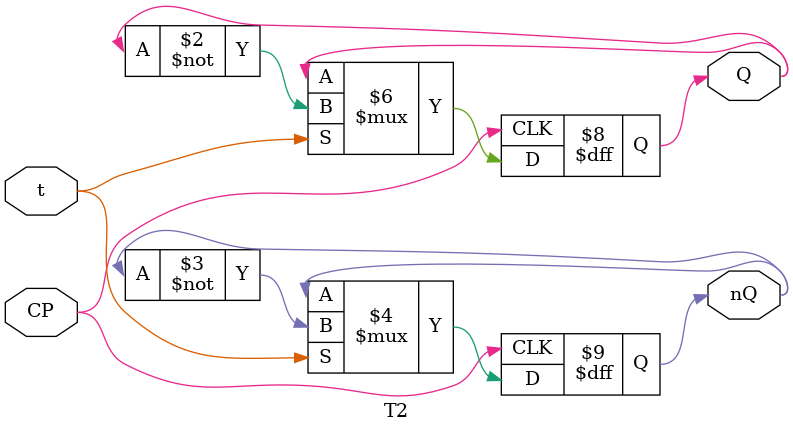
<source format=v>
`timescale 1ns / 1ps

module T2(
input t,
input CP,
output reg Q,
output reg nQ 

    );
    
    
    
    //assign nQ = ~Q;
    
 /*   initial
    begin
      Q <=1'b0;
      nQ <=1'b1;
    end
 */   
    always @(posedge CP)
    begin
      if(t)
      begin
        Q <= ~Q;
        nQ <= ~nQ;
      end
    end   
endmodule

</source>
